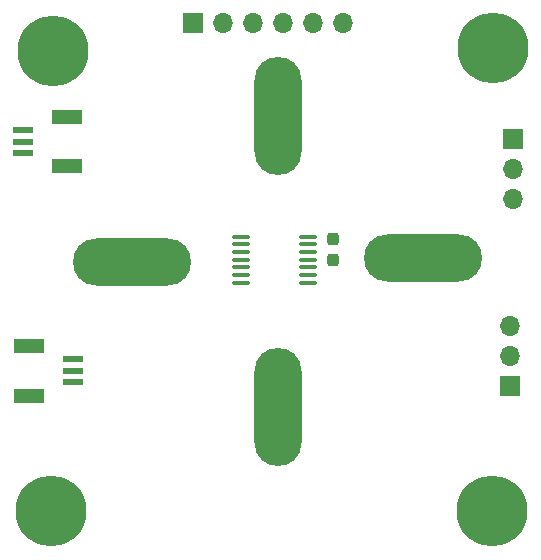
<source format=gbr>
%TF.GenerationSoftware,KiCad,Pcbnew,8.0.1*%
%TF.CreationDate,2024-03-31T21:51:30+08:00*%
%TF.ProjectId,encoder,656e636f-6465-4722-9e6b-696361645f70,rev?*%
%TF.SameCoordinates,Original*%
%TF.FileFunction,Soldermask,Top*%
%TF.FilePolarity,Negative*%
%FSLAX46Y46*%
G04 Gerber Fmt 4.6, Leading zero omitted, Abs format (unit mm)*
G04 Created by KiCad (PCBNEW 8.0.1) date 2024-03-31 21:51:30*
%MOMM*%
%LPD*%
G01*
G04 APERTURE LIST*
G04 Aperture macros list*
%AMRoundRect*
0 Rectangle with rounded corners*
0 $1 Rounding radius*
0 $2 $3 $4 $5 $6 $7 $8 $9 X,Y pos of 4 corners*
0 Add a 4 corners polygon primitive as box body*
4,1,4,$2,$3,$4,$5,$6,$7,$8,$9,$2,$3,0*
0 Add four circle primitives for the rounded corners*
1,1,$1+$1,$2,$3*
1,1,$1+$1,$4,$5*
1,1,$1+$1,$6,$7*
1,1,$1+$1,$8,$9*
0 Add four rect primitives between the rounded corners*
20,1,$1+$1,$2,$3,$4,$5,0*
20,1,$1+$1,$4,$5,$6,$7,0*
20,1,$1+$1,$6,$7,$8,$9,0*
20,1,$1+$1,$8,$9,$2,$3,0*%
G04 Aperture macros list end*
%ADD10R,1.700000X1.700000*%
%ADD11O,1.700000X1.700000*%
%ADD12R,1.710000X0.600000*%
%ADD13R,2.550000X1.200000*%
%ADD14RoundRect,0.237500X0.237500X-0.300000X0.237500X0.300000X-0.237500X0.300000X-0.237500X-0.300000X0*%
%ADD15O,4.000000X10.000000*%
%ADD16O,10.000000X4.000000*%
%ADD17C,3.400000*%
%ADD18C,6.000000*%
%ADD19RoundRect,0.100000X-0.637500X-0.100000X0.637500X-0.100000X0.637500X0.100000X-0.637500X0.100000X0*%
G04 APERTURE END LIST*
D10*
%TO.C,J2*%
X160700000Y-63260000D03*
D11*
X160700000Y-65800000D03*
X160700000Y-68340000D03*
%TD*%
D10*
%TO.C,J3*%
X133650000Y-53500000D03*
D11*
X136190000Y-53500000D03*
X138730000Y-53500000D03*
X141270000Y-53500000D03*
X143810000Y-53500000D03*
X146350000Y-53500000D03*
%TD*%
D12*
%TO.C,J6*%
X119220000Y-64500000D03*
X119220000Y-63500000D03*
X119220000Y-62500000D03*
D13*
X122960000Y-61390000D03*
X122960000Y-65610000D03*
%TD*%
D14*
%TO.C,C1*%
X145500000Y-73500000D03*
X145500000Y-71775000D03*
%TD*%
D15*
%TO.C,H2*%
X140800000Y-86000000D03*
%TD*%
D16*
%TO.C,H4*%
X153100000Y-73400000D03*
%TD*%
D17*
%TO.C,H8*%
X159000000Y-55600000D03*
D18*
X159000000Y-55600000D03*
%TD*%
D19*
%TO.C,U1*%
X137650000Y-71562500D03*
X137650000Y-72212500D03*
X137650000Y-72862500D03*
X137650000Y-73512500D03*
X137650000Y-74162500D03*
X137650000Y-74812500D03*
X137650000Y-75462500D03*
X143375000Y-75462500D03*
X143375000Y-74812500D03*
X143375000Y-74162500D03*
X143375000Y-73512500D03*
X143375000Y-72862500D03*
X143375000Y-72212500D03*
X143375000Y-71562500D03*
%TD*%
D12*
%TO.C,J5*%
X123480000Y-81900000D03*
X123480000Y-82900000D03*
X123480000Y-83900000D03*
D13*
X119740000Y-85010000D03*
X119740000Y-80790000D03*
%TD*%
D15*
%TO.C,H3*%
X140800000Y-61375000D03*
%TD*%
D16*
%TO.C,H1*%
X128475000Y-73700000D03*
%TD*%
D17*
%TO.C,H5*%
X121800000Y-55800000D03*
D18*
X121800000Y-55800000D03*
%TD*%
D17*
%TO.C,H7*%
X158900000Y-94800000D03*
D18*
X158900000Y-94800000D03*
%TD*%
D10*
%TO.C,J1*%
X160475000Y-84225000D03*
D11*
X160475000Y-81685000D03*
X160475000Y-79145000D03*
%TD*%
D17*
%TO.C,H6*%
X121600000Y-94800000D03*
D18*
X121600000Y-94800000D03*
%TD*%
M02*

</source>
